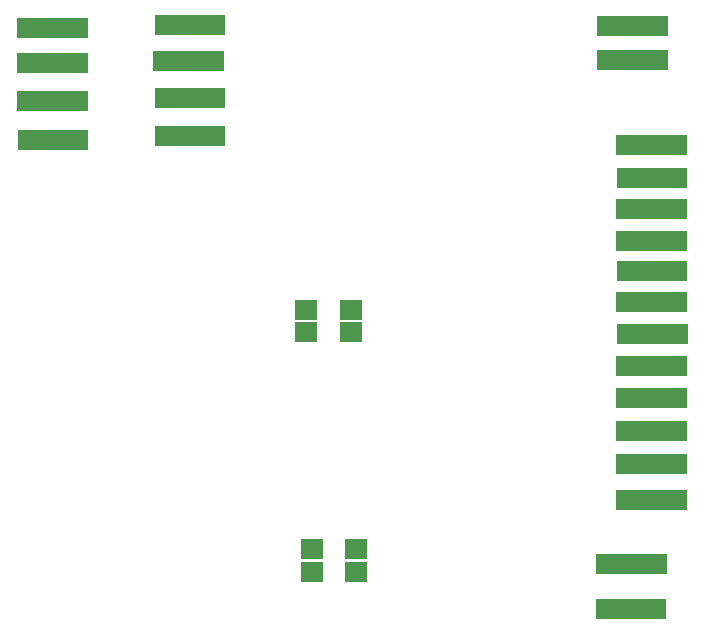
<source format=gbr>
G04 #@! TF.FileFunction,Soldermask,Top*
%FSLAX46Y46*%
G04 Gerber Fmt 4.6, Leading zero omitted, Abs format (unit mm)*
G04 Created by KiCad (PCBNEW 4.0.6) date 05/07/17 20:49:46*
%MOMM*%
%LPD*%
G01*
G04 APERTURE LIST*
%ADD10C,0.100000*%
%ADD11R,1.900000X1.700000*%
%ADD12C,1.500000*%
%ADD13R,1.035000X1.670000*%
G04 APERTURE END LIST*
D10*
D11*
X115471300Y-104449900D03*
X115471300Y-106349900D03*
D12*
X145062300Y-90490100D03*
D13*
X145443300Y-90490100D03*
X146078300Y-90490100D03*
X144808300Y-90490100D03*
X144173300Y-90490100D03*
X143538300Y-90490100D03*
X146675200Y-90490100D03*
X147272100Y-90490100D03*
X142916000Y-90490100D03*
X142293700Y-90490100D03*
D12*
X143452700Y-80411500D03*
D13*
X143833700Y-80411500D03*
X144468700Y-80411500D03*
X143198700Y-80411500D03*
X142563700Y-80411500D03*
X141928700Y-80411500D03*
X145065600Y-80411500D03*
X145662500Y-80411500D03*
X141306400Y-80411500D03*
X140684100Y-80411500D03*
D12*
X145138500Y-106466700D03*
D13*
X145519500Y-106466700D03*
X146154500Y-106466700D03*
X144884500Y-106466700D03*
X144249500Y-106466700D03*
X143614500Y-106466700D03*
X146751400Y-106466700D03*
X147348300Y-106466700D03*
X142992200Y-106466700D03*
X142369900Y-106466700D03*
D12*
X145011500Y-109235300D03*
D13*
X145392500Y-109235300D03*
X146027500Y-109235300D03*
X144757500Y-109235300D03*
X144122500Y-109235300D03*
X143487500Y-109235300D03*
X146624400Y-109235300D03*
X147221300Y-109235300D03*
X142865200Y-109235300D03*
X142242900Y-109235300D03*
D12*
X145062300Y-95900300D03*
D13*
X145443300Y-95900300D03*
X146078300Y-95900300D03*
X144808300Y-95900300D03*
X144173300Y-95900300D03*
X143538300Y-95900300D03*
X146675200Y-95900300D03*
X147272100Y-95900300D03*
X142916000Y-95900300D03*
X142293700Y-95900300D03*
D12*
X145036900Y-120512900D03*
D13*
X145417900Y-120512900D03*
X146052900Y-120512900D03*
X144782900Y-120512900D03*
X144147900Y-120512900D03*
X143512900Y-120512900D03*
X146649800Y-120512900D03*
X147246700Y-120512900D03*
X142890600Y-120512900D03*
X142268300Y-120512900D03*
D12*
X145011500Y-103799700D03*
D13*
X145392500Y-103799700D03*
X146027500Y-103799700D03*
X144757500Y-103799700D03*
X144122500Y-103799700D03*
X143487500Y-103799700D03*
X146624400Y-103799700D03*
X147221300Y-103799700D03*
X142865200Y-103799700D03*
X142242900Y-103799700D03*
D12*
X145036900Y-111902300D03*
D13*
X145417900Y-111902300D03*
X146052900Y-111902300D03*
X144782900Y-111902300D03*
X144147900Y-111902300D03*
X143512900Y-111902300D03*
X146649800Y-111902300D03*
X147246700Y-111902300D03*
X142890600Y-111902300D03*
X142268300Y-111902300D03*
D12*
X145036900Y-114696300D03*
D13*
X145417900Y-114696300D03*
X146052900Y-114696300D03*
X144782900Y-114696300D03*
X144147900Y-114696300D03*
X143512900Y-114696300D03*
X146649800Y-114696300D03*
X147246700Y-114696300D03*
X142890600Y-114696300D03*
X142268300Y-114696300D03*
D12*
X145062300Y-98592700D03*
D13*
X145443300Y-98592700D03*
X146078300Y-98592700D03*
X144808300Y-98592700D03*
X144173300Y-98592700D03*
X143538300Y-98592700D03*
X146675200Y-98592700D03*
X147272100Y-98592700D03*
X142916000Y-98592700D03*
X142293700Y-98592700D03*
D12*
X143308700Y-129776100D03*
D13*
X143689700Y-129776100D03*
X144324700Y-129776100D03*
X143054700Y-129776100D03*
X142419700Y-129776100D03*
X141784700Y-129776100D03*
X144921600Y-129776100D03*
X145518500Y-129776100D03*
X141162400Y-129776100D03*
X140540100Y-129776100D03*
D12*
X143351700Y-125931900D03*
D13*
X143732700Y-125931900D03*
X144367700Y-125931900D03*
X143097700Y-125931900D03*
X142462700Y-125931900D03*
X141827700Y-125931900D03*
X144964600Y-125931900D03*
X145561500Y-125931900D03*
X141205400Y-125931900D03*
X140583100Y-125931900D03*
D12*
X145087700Y-93309500D03*
D13*
X145468700Y-93309500D03*
X146103700Y-93309500D03*
X144833700Y-93309500D03*
X144198700Y-93309500D03*
X143563700Y-93309500D03*
X146700600Y-93309500D03*
X147297500Y-93309500D03*
X142941400Y-93309500D03*
X142319100Y-93309500D03*
D11*
X119281300Y-106324500D03*
X119281300Y-104424500D03*
D12*
X143426900Y-83259900D03*
D13*
X143807900Y-83259900D03*
X144442900Y-83259900D03*
X143172900Y-83259900D03*
X142537900Y-83259900D03*
X141902900Y-83259900D03*
X145039800Y-83259900D03*
X145636700Y-83259900D03*
X141280600Y-83259900D03*
X140658300Y-83259900D03*
D12*
X145011500Y-117490300D03*
D13*
X145392500Y-117490300D03*
X146027500Y-117490300D03*
X144757500Y-117490300D03*
X144122500Y-117490300D03*
X143487500Y-117490300D03*
X146624400Y-117490300D03*
X147221300Y-117490300D03*
X142865200Y-117490300D03*
X142242900Y-117490300D03*
D12*
X145087700Y-101158100D03*
D13*
X145468700Y-101158100D03*
X146103700Y-101158100D03*
X144833700Y-101158100D03*
X144198700Y-101158100D03*
X143563700Y-101158100D03*
X146700600Y-101158100D03*
X147297500Y-101158100D03*
X142941400Y-101158100D03*
X142319100Y-101158100D03*
D11*
X119741100Y-124714900D03*
X119741100Y-126614900D03*
X116019500Y-124722300D03*
X116019500Y-126622300D03*
D12*
X105812100Y-83378900D03*
D13*
X106193100Y-83378900D03*
X106828100Y-83378900D03*
X105558100Y-83378900D03*
X104923100Y-83378900D03*
X104288100Y-83378900D03*
X107425000Y-83378900D03*
X108021900Y-83378900D03*
X103665800Y-83378900D03*
X103043500Y-83378900D03*
D12*
X105967100Y-80342900D03*
D13*
X106348100Y-80342900D03*
X106983100Y-80342900D03*
X105713100Y-80342900D03*
X105078100Y-80342900D03*
X104443100Y-80342900D03*
X107580000Y-80342900D03*
X108176900Y-80342900D03*
X103820800Y-80342900D03*
X103198500Y-80342900D03*
D12*
X94338100Y-86737900D03*
D13*
X94719100Y-86737900D03*
X95354100Y-86737900D03*
X94084100Y-86737900D03*
X93449100Y-86737900D03*
X92814100Y-86737900D03*
X95951000Y-86737900D03*
X96547900Y-86737900D03*
X92191800Y-86737900D03*
X91569500Y-86737900D03*
D12*
X94371100Y-90044900D03*
D13*
X94752100Y-90044900D03*
X95387100Y-90044900D03*
X94117100Y-90044900D03*
X93482100Y-90044900D03*
X92847100Y-90044900D03*
X95984000Y-90044900D03*
X96580900Y-90044900D03*
X92224800Y-90044900D03*
X91602500Y-90044900D03*
D12*
X105967100Y-86521900D03*
D13*
X106348100Y-86521900D03*
X106983100Y-86521900D03*
X105713100Y-86521900D03*
X105078100Y-86521900D03*
X104443100Y-86521900D03*
X107580000Y-86521900D03*
X108176900Y-86521900D03*
X103820800Y-86521900D03*
X103198500Y-86521900D03*
D12*
X94313100Y-80550900D03*
D13*
X94694100Y-80550900D03*
X95329100Y-80550900D03*
X94059100Y-80550900D03*
X93424100Y-80550900D03*
X92789100Y-80550900D03*
X95926000Y-80550900D03*
X96522900Y-80550900D03*
X92166800Y-80550900D03*
X91544500Y-80550900D03*
D12*
X94363100Y-83584900D03*
D13*
X94744100Y-83584900D03*
X95379100Y-83584900D03*
X94109100Y-83584900D03*
X93474100Y-83584900D03*
X92839100Y-83584900D03*
X95976000Y-83584900D03*
X96572900Y-83584900D03*
X92216800Y-83584900D03*
X91594500Y-83584900D03*
D12*
X105966100Y-89744900D03*
D13*
X106347100Y-89744900D03*
X106982100Y-89744900D03*
X105712100Y-89744900D03*
X105077100Y-89744900D03*
X104442100Y-89744900D03*
X107579000Y-89744900D03*
X108175900Y-89744900D03*
X103819800Y-89744900D03*
X103197500Y-89744900D03*
M02*

</source>
